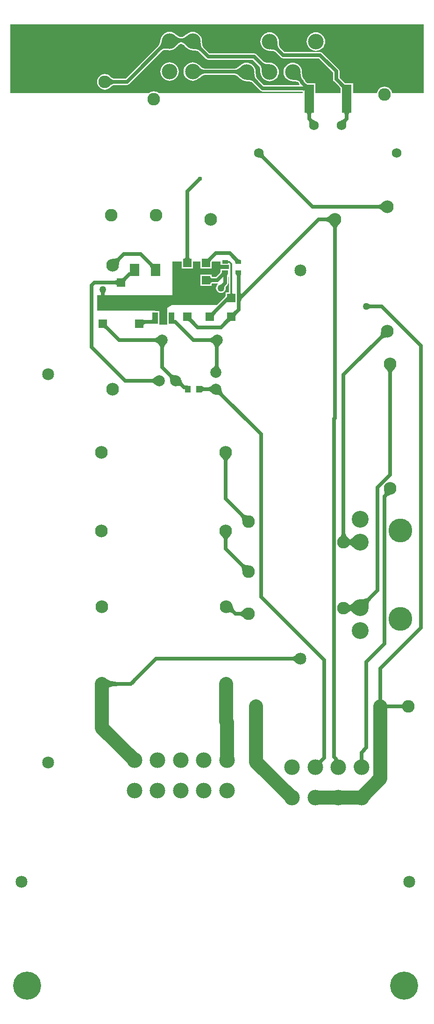
<source format=gbl>
G04*
G04 #@! TF.GenerationSoftware,Altium Limited,Altium Designer,22.3.1 (43)*
G04*
G04 Layer_Physical_Order=2*
G04 Layer_Color=16711680*
%FSLAX24Y24*%
%MOIN*%
G70*
G04*
G04 #@! TF.SameCoordinates,61A4D5B3-3B2A-409B-9F35-3F3BF520A47B*
G04*
G04*
G04 #@! TF.FilePolarity,Positive*
G04*
G01*
G75*
%ADD38C,0.1000*%
%ADD39C,0.0250*%
%ADD40C,0.0850*%
%ADD41C,0.0906*%
%ADD42C,0.1110*%
%ADD43C,0.0691*%
%ADD44C,0.1200*%
%ADD45C,0.0787*%
%ADD46C,0.2000*%
%ADD47C,0.0500*%
%ADD48C,0.0900*%
%ADD49C,0.1700*%
%ADD50C,0.0310*%
%ADD51R,0.0700X0.2000*%
%ADD52R,0.0700X0.0850*%
%ADD53R,0.0400X0.0500*%
%ADD54R,0.0433X0.0256*%
%ADD55R,0.0600X0.0600*%
%ADD56R,0.0600X0.0600*%
%ADD57R,0.0394X0.0787*%
%ADD58R,0.0787X0.0394*%
%ADD59C,0.0120*%
G36*
X23756Y81993D02*
X23767Y81862D01*
X23777Y81804D01*
X23791Y81749D01*
X23808Y81699D01*
X23828Y81653D01*
X23851Y81611D01*
X23877Y81574D01*
X23906Y81541D01*
X23729Y81364D01*
X23696Y81393D01*
X23659Y81419D01*
X23617Y81442D01*
X23571Y81462D01*
X23521Y81479D01*
X23466Y81493D01*
X23408Y81503D01*
X23345Y81510D01*
X23277Y81514D01*
X23206Y81515D01*
X23755Y82064D01*
X23756Y81993D01*
D02*
G37*
G36*
X18169Y80257D02*
X18266Y80171D01*
X18314Y80136D01*
X18361Y80107D01*
X18408Y80083D01*
X18454Y80064D01*
X18500Y80051D01*
X18545Y80043D01*
X18589Y80040D01*
X18583Y79790D01*
X18539Y79787D01*
X18494Y79780D01*
X18448Y79767D01*
X18401Y79749D01*
X18353Y79725D01*
X18304Y79697D01*
X18254Y79663D01*
X18203Y79624D01*
X18098Y79531D01*
X18119Y80308D01*
X18169Y80257D01*
D02*
G37*
G36*
X21143Y79522D02*
X21094Y79573D01*
X20997Y79659D01*
X20949Y79694D01*
X20901Y79723D01*
X20855Y79747D01*
X20808Y79766D01*
X20763Y79779D01*
X20718Y79787D01*
X20673Y79790D01*
X20680Y80040D01*
X20724Y80043D01*
X20769Y80050D01*
X20814Y80063D01*
X20861Y80081D01*
X20909Y80105D01*
X20958Y80133D01*
X21008Y80167D01*
X21059Y80206D01*
X21164Y80299D01*
X21143Y79522D01*
D02*
G37*
G36*
X25406Y79823D02*
X25417Y79692D01*
X25427Y79634D01*
X25441Y79579D01*
X25458Y79529D01*
X25478Y79483D01*
X25501Y79441D01*
X25527Y79404D01*
X25556Y79371D01*
X25379Y79194D01*
X25346Y79223D01*
X25309Y79249D01*
X25267Y79272D01*
X25221Y79292D01*
X25171Y79309D01*
X25116Y79323D01*
X25058Y79333D01*
X24995Y79340D01*
X24927Y79344D01*
X24856Y79345D01*
X25405Y79894D01*
X25406Y79823D01*
D02*
G37*
G36*
X22106D02*
X22117Y79692D01*
X22127Y79634D01*
X22141Y79579D01*
X22158Y79529D01*
X22178Y79483D01*
X22201Y79441D01*
X22227Y79404D01*
X22256Y79371D01*
X22079Y79194D01*
X22046Y79223D01*
X22009Y79249D01*
X21967Y79272D01*
X21921Y79292D01*
X21871Y79309D01*
X21816Y79323D01*
X21758Y79333D01*
X21695Y79340D01*
X21627Y79344D01*
X21556Y79345D01*
X22105Y79894D01*
X22106Y79823D01*
D02*
G37*
G36*
X25722Y79128D02*
X25810Y79053D01*
X25848Y79025D01*
X25883Y79004D01*
X25915Y78989D01*
X25943Y78981D01*
X25967Y78980D01*
X25987Y78986D01*
X26005Y78998D01*
X25674Y78668D01*
X25686Y78685D01*
X25692Y78705D01*
X25691Y78730D01*
X25683Y78757D01*
X25674Y78775D01*
Y78488D01*
X25672Y78512D01*
X25664Y78533D01*
X25652Y78552D01*
X25634Y78568D01*
X25612Y78582D01*
X25584Y78593D01*
X25551Y78602D01*
X25514Y78608D01*
X25471Y78612D01*
X25423Y78613D01*
Y78863D01*
X25471Y78865D01*
X25514Y78868D01*
X25551Y78875D01*
X25584Y78883D01*
X25597Y78889D01*
X25585Y78904D01*
X25496Y78999D01*
X25673Y79176D01*
X25722Y79128D01*
D02*
G37*
G36*
X28402Y79126D02*
X28494Y79048D01*
X28535Y79020D01*
X28572Y78998D01*
X28605Y78984D01*
X28635Y78977D01*
X28662Y78977D01*
X28685Y78984D01*
X28704Y78998D01*
X28352Y78645D01*
X28366Y78665D01*
X28373Y78687D01*
X28372Y78714D01*
X28365Y78744D01*
X28351Y78778D01*
X28330Y78815D01*
X28301Y78855D01*
X28266Y78900D01*
X28174Y78999D01*
X28350Y79176D01*
X28402Y79126D01*
D02*
G37*
G36*
X34200Y83300D02*
X34200Y78400D01*
X31942Y78400D01*
X31936Y78444D01*
X31880Y78577D01*
X31792Y78692D01*
X31677Y78780D01*
X31544Y78836D01*
X31400Y78855D01*
X31256Y78836D01*
X31123Y78780D01*
X31008Y78692D01*
X30920Y78577D01*
X30864Y78444D01*
X30858Y78400D01*
X29149D01*
Y79100D01*
X28599D01*
X28589Y79106D01*
X28556Y79129D01*
X28482Y79192D01*
X28179Y79495D01*
Y79951D01*
X28161Y80039D01*
X28111Y80113D01*
X26962Y81262D01*
X26888Y81312D01*
X26800Y81329D01*
X24265D01*
X23956Y81639D01*
X23937Y81665D01*
X23919Y81698D01*
X23903Y81735D01*
X23889Y81777D01*
X23877Y81825D01*
X23868Y81876D01*
X23858Y81998D01*
X23857Y82058D01*
X23858Y82070D01*
X23846Y82198D01*
X23808Y82322D01*
X23747Y82436D01*
X23665Y82535D01*
X23566Y82617D01*
X23452Y82678D01*
X23328Y82716D01*
X23200Y82728D01*
X23072Y82716D01*
X22948Y82678D01*
X22834Y82617D01*
X22735Y82535D01*
X22653Y82436D01*
X22592Y82322D01*
X22554Y82198D01*
X22542Y82070D01*
X22554Y81942D01*
X22592Y81818D01*
X22653Y81704D01*
X22735Y81605D01*
X22834Y81523D01*
X22948Y81462D01*
X23072Y81424D01*
X23200Y81412D01*
X23212Y81413D01*
X23274Y81412D01*
X23336Y81409D01*
X23393Y81402D01*
X23445Y81393D01*
X23493Y81381D01*
X23535Y81367D01*
X23572Y81351D01*
X23605Y81333D01*
X23631Y81314D01*
X24008Y80938D01*
X24082Y80888D01*
X24170Y80871D01*
X26705D01*
X27720Y79856D01*
Y79400D01*
X27737Y79312D01*
X27787Y79238D01*
X28146Y78879D01*
X28189Y78833D01*
X28220Y78794D01*
X28244Y78760D01*
X28249Y78750D01*
Y78400D01*
X26472Y78400D01*
Y79100D01*
X25921D01*
X25905Y79110D01*
X25873Y79133D01*
X25806Y79191D01*
X25733Y79264D01*
X25720Y79330D01*
X25670Y79405D01*
X25606Y79469D01*
X25587Y79495D01*
X25569Y79528D01*
X25553Y79565D01*
X25539Y79607D01*
X25527Y79655D01*
X25518Y79706D01*
X25508Y79828D01*
X25507Y79888D01*
X25508Y79900D01*
X25496Y80028D01*
X25458Y80152D01*
X25397Y80266D01*
X25315Y80365D01*
X25216Y80447D01*
X25102Y80508D01*
X24978Y80546D01*
X24850Y80558D01*
X24722Y80546D01*
X24598Y80508D01*
X24484Y80447D01*
X24385Y80365D01*
X24303Y80266D01*
X24242Y80152D01*
X24204Y80028D01*
X24192Y79900D01*
X24204Y79772D01*
X24242Y79648D01*
X24303Y79534D01*
X24385Y79435D01*
X24484Y79353D01*
X24598Y79292D01*
X24722Y79254D01*
X24850Y79242D01*
X24862Y79243D01*
X24924Y79242D01*
X24986Y79239D01*
X25043Y79232D01*
X25095Y79223D01*
X25143Y79211D01*
X25185Y79197D01*
X25222Y79181D01*
X25255Y79163D01*
X25281Y79144D01*
X25282Y79143D01*
X25296Y79077D01*
X25335Y79018D01*
X25314Y78968D01*
X22807D01*
X22306Y79469D01*
X22287Y79495D01*
X22269Y79528D01*
X22253Y79565D01*
X22239Y79607D01*
X22227Y79655D01*
X22218Y79706D01*
X22208Y79828D01*
X22207Y79888D01*
X22208Y79900D01*
X22196Y80028D01*
X22158Y80152D01*
X22097Y80266D01*
X22015Y80365D01*
X21916Y80447D01*
X21802Y80508D01*
X21678Y80546D01*
X21550Y80558D01*
X21422Y80546D01*
X21298Y80508D01*
X21184Y80447D01*
X21097Y80376D01*
X21097Y80375D01*
X21096Y80374D01*
X21085Y80365D01*
X21082Y80363D01*
X20994Y80285D01*
X20949Y80250D01*
X20904Y80220D01*
X20861Y80195D01*
X20820Y80175D01*
X20782Y80160D01*
X20746Y80150D01*
X20714Y80144D01*
X18555D01*
X18523Y80150D01*
X18488Y80161D01*
X18450Y80176D01*
X18411Y80196D01*
X18371Y80221D01*
X18330Y80251D01*
X18239Y80331D01*
X18192Y80379D01*
X18191Y80380D01*
X18178Y80395D01*
X18078Y80477D01*
X17964Y80538D01*
X17841Y80576D01*
X17713Y80588D01*
X17584Y80576D01*
X17461Y80538D01*
X17347Y80477D01*
X17247Y80395D01*
X17165Y80296D01*
X17104Y80182D01*
X17067Y80058D01*
X17054Y79930D01*
X17067Y79802D01*
X17104Y79678D01*
X17165Y79564D01*
X17247Y79465D01*
X17347Y79383D01*
X17461Y79322D01*
X17584Y79284D01*
X17713Y79272D01*
X17841Y79284D01*
X17964Y79322D01*
X18078Y79383D01*
X18166Y79454D01*
X18166Y79455D01*
X18167Y79456D01*
X18178Y79465D01*
X18180Y79467D01*
X18268Y79545D01*
X18314Y79580D01*
X18359Y79610D01*
X18401Y79635D01*
X18442Y79655D01*
X18480Y79670D01*
X18517Y79680D01*
X18548Y79686D01*
X20707D01*
X20739Y79680D01*
X20775Y79669D01*
X20812Y79654D01*
X20851Y79634D01*
X20892Y79609D01*
X20933Y79579D01*
X21024Y79499D01*
X21070Y79451D01*
X21072Y79450D01*
X21085Y79435D01*
X21184Y79353D01*
X21298Y79292D01*
X21422Y79254D01*
X21550Y79242D01*
X21562Y79243D01*
X21624Y79242D01*
X21686Y79239D01*
X21743Y79232D01*
X21795Y79223D01*
X21843Y79211D01*
X21885Y79197D01*
X21922Y79181D01*
X21955Y79163D01*
X21981Y79144D01*
X22549Y78576D01*
X22624Y78526D01*
X22712Y78509D01*
X25480D01*
X25501Y78507D01*
X25530Y78502D01*
X25551Y78497D01*
X25566Y78491D01*
X25572Y78487D01*
Y78400D01*
X15292Y78400D01*
X15220Y78455D01*
X15086Y78511D01*
X14943Y78530D01*
X14799Y78511D01*
X14665Y78455D01*
X14593Y78400D01*
X4700Y78400D01*
X4700Y83300D01*
X34200Y83300D01*
D02*
G37*
G36*
X28925Y76999D02*
X28904Y76991D01*
X28885Y76979D01*
X28869Y76961D01*
X28855Y76939D01*
X28844Y76911D01*
X28835Y76879D01*
X28829Y76841D01*
X28825Y76799D01*
X28824Y76751D01*
X28574D01*
X28573Y76799D01*
X28569Y76841D01*
X28563Y76879D01*
X28554Y76911D01*
X28543Y76939D01*
X28529Y76961D01*
X28513Y76979D01*
X28494Y76991D01*
X28473Y76999D01*
X28449Y77001D01*
X28949D01*
X28925Y76999D01*
D02*
G37*
G36*
X26248D02*
X26227Y76991D01*
X26208Y76979D01*
X26192Y76961D01*
X26178Y76939D01*
X26167Y76911D01*
X26158Y76879D01*
X26152Y76841D01*
X26148Y76799D01*
X26147Y76751D01*
X25897D01*
X25896Y76799D01*
X25892Y76841D01*
X25886Y76879D01*
X25877Y76911D01*
X25866Y76939D01*
X25852Y76961D01*
X25836Y76979D01*
X25817Y76991D01*
X25796Y76999D01*
X25772Y77001D01*
X26272D01*
X26248Y76999D01*
D02*
G37*
G36*
X26202Y76569D02*
X26251Y76529D01*
X26277Y76511D01*
X26331Y76479D01*
X26359Y76465D01*
X26418Y76441D01*
X26448Y76431D01*
X26021Y76205D01*
X26028Y76234D01*
X26032Y76262D01*
X26033Y76290D01*
X26030Y76317D01*
X26024Y76344D01*
X26015Y76371D01*
X26002Y76397D01*
X25986Y76423D01*
X25966Y76449D01*
X25943Y76474D01*
X26179Y76591D01*
X26202Y76569D01*
D02*
G37*
G36*
X28747Y76447D02*
X28724Y76422D01*
X28704Y76397D01*
X28687Y76370D01*
X28674Y76344D01*
X28663Y76317D01*
X28656Y76289D01*
X28651Y76260D01*
X28650Y76231D01*
X28652Y76201D01*
X28657Y76171D01*
X28255Y76439D01*
X28286Y76446D01*
X28317Y76455D01*
X28348Y76465D01*
X28377Y76477D01*
X28405Y76491D01*
X28432Y76507D01*
X28459Y76524D01*
X28484Y76543D01*
X28508Y76563D01*
X28532Y76585D01*
X28747Y76447D01*
D02*
G37*
G36*
X22761Y74113D02*
X22765Y74081D01*
X22772Y74051D01*
X22781Y74021D01*
X22793Y73992D01*
X22806Y73965D01*
X22822Y73938D01*
X22840Y73912D01*
X22860Y73887D01*
X22883Y73863D01*
X22715Y73677D01*
X22691Y73699D01*
X22666Y73719D01*
X22640Y73737D01*
X22613Y73752D01*
X22585Y73764D01*
X22556Y73774D01*
X22527Y73781D01*
X22497Y73785D01*
X22465Y73787D01*
X22433Y73787D01*
X22758Y74145D01*
X22761Y74113D01*
D02*
G37*
G36*
X31277Y69983D02*
X31239Y70020D01*
X31201Y70052D01*
X31163Y70081D01*
X31125Y70106D01*
X31087Y70127D01*
X31048Y70144D01*
X31010Y70158D01*
X30971Y70167D01*
X30932Y70173D01*
X30893Y70175D01*
Y70425D01*
X30932Y70427D01*
X30971Y70433D01*
X31010Y70442D01*
X31048Y70456D01*
X31087Y70473D01*
X31125Y70494D01*
X31163Y70519D01*
X31201Y70548D01*
X31239Y70580D01*
X31277Y70617D01*
Y69983D01*
D02*
G37*
G36*
X27535Y69083D02*
X27497Y69120D01*
X27459Y69152D01*
X27421Y69181D01*
X27383Y69206D01*
X27345Y69227D01*
X27307Y69244D01*
X27268Y69258D01*
X27229Y69267D01*
X27190Y69273D01*
X27151Y69275D01*
Y69525D01*
X27190Y69527D01*
X27229Y69533D01*
X27268Y69542D01*
X27307Y69556D01*
X27345Y69573D01*
X27383Y69594D01*
X27421Y69619D01*
X27459Y69648D01*
X27497Y69680D01*
X27535Y69717D01*
Y69083D01*
D02*
G37*
G36*
X28139Y69039D02*
X28106Y69001D01*
X28077Y68963D01*
X28052Y68925D01*
X28031Y68887D01*
X28014Y68848D01*
X28001Y68810D01*
X27991Y68771D01*
X27985Y68732D01*
X27983Y68693D01*
X27733D01*
X27731Y68732D01*
X27726Y68771D01*
X27716Y68810D01*
X27703Y68848D01*
X27685Y68887D01*
X27664Y68925D01*
X27639Y68963D01*
X27610Y69001D01*
X27578Y69039D01*
X27541Y69077D01*
X28175D01*
X28139Y69039D01*
D02*
G37*
G36*
X17452Y66801D02*
X17456Y66759D01*
X17462Y66721D01*
X17471Y66689D01*
X17482Y66661D01*
X17496Y66639D01*
X17512Y66621D01*
X17531Y66609D01*
X17552Y66601D01*
X17576Y66599D01*
X17076D01*
X17100Y66601D01*
X17121Y66609D01*
X17140Y66621D01*
X17156Y66639D01*
X17170Y66661D01*
X17181Y66689D01*
X17190Y66721D01*
X17196Y66759D01*
X17200Y66801D01*
X17201Y66849D01*
X17451D01*
X17452Y66801D01*
D02*
G37*
G36*
X19152Y66599D02*
X19102Y66548D01*
X19024Y66456D01*
X18996Y66415D01*
X18975Y66378D01*
X18961Y66344D01*
X18954Y66314D01*
Y66288D01*
X18961Y66265D01*
X18975Y66245D01*
X18621Y66599D01*
X18641Y66585D01*
X18664Y66578D01*
X18690D01*
X18720Y66585D01*
X18754Y66599D01*
X18791Y66620D01*
X18832Y66648D01*
X18876Y66684D01*
X18975Y66776D01*
X19152Y66599D01*
D02*
G37*
G36*
X20242Y66443D02*
X20245Y66441D01*
X20248Y66440D01*
X20253Y66438D01*
X20260Y66437D01*
X20268Y66436D01*
X20288Y66434D01*
X20314Y66434D01*
Y66314D01*
X20300Y66314D01*
X20260Y66311D01*
X20253Y66310D01*
X20248Y66308D01*
X20245Y66307D01*
X20242Y66305D01*
X20242Y66303D01*
Y66445D01*
X20242Y66443D01*
D02*
G37*
G36*
X20881Y66644D02*
X20951Y66587D01*
X20985Y66564D01*
X21020Y66545D01*
X21054Y66529D01*
X21088Y66517D01*
X21121Y66508D01*
X21155Y66503D01*
X21188Y66501D01*
X20757Y66247D01*
X20755Y66280D01*
X20750Y66314D01*
X20741Y66347D01*
X20729Y66381D01*
X20713Y66415D01*
X20693Y66450D01*
X20670Y66484D01*
X20644Y66519D01*
X20614Y66554D01*
X20580Y66589D01*
X20846Y66678D01*
X20881Y66644D01*
D02*
G37*
G36*
X12588Y66553D02*
X12562Y66524D01*
X12539Y66492D01*
X12518Y66458D01*
X12500Y66421D01*
X12485Y66382D01*
X12473Y66340D01*
X12464Y66295D01*
X12457Y66248D01*
X12454Y66198D01*
X12453Y66146D01*
X12005Y66594D01*
X12057Y66595D01*
X12107Y66599D01*
X12154Y66605D01*
X12199Y66614D01*
X12241Y66626D01*
X12280Y66641D01*
X12317Y66659D01*
X12351Y66680D01*
X12382Y66703D01*
X12411Y66729D01*
X12588Y66553D01*
D02*
G37*
G36*
X14750Y66351D02*
X14842Y66273D01*
X14883Y66245D01*
X14920Y66224D01*
X14954Y66210D01*
X14984Y66203D01*
X15010D01*
X15033Y66210D01*
X15053Y66224D01*
X14699Y65870D01*
X14713Y65890D01*
X14720Y65913D01*
Y65939D01*
X14713Y65969D01*
X14699Y66003D01*
X14678Y66040D01*
X14650Y66081D01*
X14614Y66125D01*
X14522Y66224D01*
X14699Y66401D01*
X14750Y66351D01*
D02*
G37*
G36*
X16926Y66400D02*
Y65900D01*
X17726D01*
Y66400D01*
X18276D01*
Y65900D01*
X19076D01*
Y66241D01*
X19077Y66245D01*
X19076Y66249D01*
Y66349D01*
X19082Y66360D01*
X19105Y66393D01*
X19111Y66400D01*
X19711D01*
Y66146D01*
X20310D01*
Y65854D01*
X20035D01*
X20028Y65855D01*
X20020Y65854D01*
X19820D01*
X19818Y65855D01*
X19813Y65854D01*
X19711D01*
Y65761D01*
X19710Y65758D01*
X19709Y65730D01*
X19705Y65707D01*
X19699Y65683D01*
X19690Y65658D01*
X19677Y65631D01*
X19662Y65604D01*
X19643Y65576D01*
X19601Y65524D01*
X19373Y65296D01*
X19168D01*
X19147Y65297D01*
X19118Y65302D01*
X19097Y65308D01*
X19082Y65314D01*
X19076Y65318D01*
Y65466D01*
X18276D01*
Y64666D01*
X19076D01*
Y64815D01*
X19082Y64819D01*
X19097Y64824D01*
X19118Y64830D01*
X19147Y64835D01*
X19168Y64837D01*
X19468D01*
X19492Y64842D01*
X19501Y64834D01*
X19500Y64770D01*
X19474Y64750D01*
X19418Y64677D01*
X19382Y64591D01*
X19370Y64500D01*
X19382Y64409D01*
X19418Y64323D01*
X19474Y64250D01*
X19547Y64194D01*
X19632Y64159D01*
X19723Y64147D01*
X19815Y64159D01*
X19900Y64194D01*
X19973Y64250D01*
X20029Y64323D01*
X20064Y64409D01*
X20076Y64500D01*
X20069Y64556D01*
X20070Y64563D01*
X20069Y64569D01*
X20069Y64571D01*
X20070Y64576D01*
X20074Y64583D01*
X20079Y64592D01*
X20085Y64602D01*
X20098Y64618D01*
X20190Y64710D01*
X20240Y64784D01*
X20257Y64872D01*
Y65301D01*
X20260Y65306D01*
X20310Y65288D01*
Y64200D01*
X20073D01*
Y64046D01*
X20072Y64027D01*
X20069Y64002D01*
X20062Y63976D01*
X20052Y63949D01*
X20040Y63922D01*
X20024Y63893D01*
X20005Y63864D01*
X19982Y63833D01*
X19966Y63815D01*
X19452Y63300D01*
X16226D01*
X15900Y63100D01*
Y61900D01*
X15316Y61900D01*
Y62846D01*
X15167D01*
X14900Y62900D01*
X10900Y62900D01*
X10900Y64000D01*
X16264Y64000D01*
X16264Y66400D01*
X16926D01*
D02*
G37*
G36*
X21176Y65497D02*
X21165Y65489D01*
X21155Y65477D01*
X21147Y65459D01*
X21140Y65437D01*
X21134Y65409D01*
X21129Y65377D01*
X21124Y65297D01*
X21123Y65249D01*
X20873D01*
X20872Y65297D01*
X20869Y65339D01*
X20863Y65377D01*
X20855Y65409D01*
X20844Y65437D01*
X20832Y65459D01*
X20816Y65477D01*
X20799Y65489D01*
X20779Y65497D01*
X20757Y65499D01*
X21188D01*
X21176Y65497D01*
D02*
G37*
G36*
X20243Y65499D02*
X20226Y65497D01*
X20210Y65489D01*
X20197Y65477D01*
X20185Y65459D01*
X20175Y65437D01*
X20167Y65409D01*
X20161Y65377D01*
X20156Y65339D01*
X20153Y65297D01*
X20153Y65249D01*
X19903D01*
X19902Y65297D01*
X19899Y65323D01*
X19635Y65411D01*
X19669Y65446D01*
X19726Y65516D01*
X19749Y65550D01*
X19768Y65585D01*
X19784Y65619D01*
X19796Y65653D01*
X19805Y65686D01*
X19810Y65720D01*
X19812Y65753D01*
X20243Y65499D01*
D02*
G37*
G36*
X13076Y65203D02*
X13026Y65151D01*
X12948Y65059D01*
X12920Y65019D01*
X12898Y64982D01*
X12884Y64948D01*
X12877Y64918D01*
X12877Y64891D01*
X12884Y64869D01*
X12898Y64849D01*
X12545Y65202D01*
X12565Y65188D01*
X12587Y65181D01*
X12614Y65181D01*
X12644Y65188D01*
X12678Y65202D01*
X12715Y65224D01*
X12755Y65252D01*
X12800Y65287D01*
X12899Y65380D01*
X13076Y65203D01*
D02*
G37*
G36*
X18976Y65292D02*
X18984Y65271D01*
X18996Y65252D01*
X19014Y65236D01*
X19036Y65222D01*
X19064Y65211D01*
X19097Y65202D01*
X19134Y65196D01*
X19177Y65192D01*
X19225Y65191D01*
Y64941D01*
X19177Y64940D01*
X19134Y64936D01*
X19097Y64930D01*
X19064Y64921D01*
X19036Y64910D01*
X19014Y64896D01*
X18996Y64880D01*
X18984Y64861D01*
X18976Y64840D01*
X18974Y64816D01*
Y65316D01*
X18976Y65292D01*
D02*
G37*
G36*
X12301Y64654D02*
X12299Y64678D01*
X12291Y64699D01*
X12279Y64718D01*
X12261Y64734D01*
X12239Y64748D01*
X12211Y64759D01*
X12179Y64768D01*
X12141Y64774D01*
X12099Y64778D01*
X12051Y64779D01*
Y65029D01*
X12099Y65030D01*
X12141Y65034D01*
X12179Y65040D01*
X12211Y65049D01*
X12239Y65060D01*
X12261Y65074D01*
X12279Y65090D01*
X12291Y65109D01*
X12299Y65130D01*
X12301Y65154D01*
Y64654D01*
D02*
G37*
G36*
X20052Y64720D02*
X20034Y64700D01*
X20003Y64663D01*
X19992Y64645D01*
X19982Y64628D01*
X19975Y64611D01*
X19970Y64595D01*
X19967Y64580D01*
X19967Y64565D01*
X19968Y64550D01*
X19678Y64746D01*
X19690Y64749D01*
X19703Y64754D01*
X19716Y64760D01*
X19731Y64769D01*
X19746Y64779D01*
X19779Y64804D01*
X19797Y64820D01*
X19835Y64856D01*
X20052Y64720D01*
D02*
G37*
G36*
X11466Y64219D02*
X11457Y64207D01*
X11450Y64193D01*
X11443Y64177D01*
X11437Y64159D01*
X11433Y64139D01*
X11430Y64117D01*
X11427Y64094D01*
X11425Y64042D01*
X11175D01*
X11174Y64069D01*
X11171Y64117D01*
X11167Y64139D01*
X11163Y64159D01*
X11157Y64177D01*
X11150Y64193D01*
X11143Y64207D01*
X11135Y64219D01*
X11125Y64230D01*
X11475D01*
X11466Y64219D01*
D02*
G37*
G36*
X20534Y64196D02*
X20536Y64175D01*
X20539Y64157D01*
X20543Y64141D01*
X20548Y64128D01*
X20555Y64117D01*
X20563Y64109D01*
X20572Y64102D01*
X20582Y64099D01*
X20593Y64098D01*
X20535D01*
X20544Y63945D01*
X20547Y63925D01*
X20552Y63908D01*
X20556Y63896D01*
X20562Y63888D01*
X20385D01*
X20390Y63896D01*
X20395Y63908D01*
X20399Y63925D01*
X20403Y63945D01*
X20409Y64000D01*
X20412Y64071D01*
X20413Y64098D01*
X20353D01*
X20365Y64099D01*
X20375Y64102D01*
X20384Y64109D01*
X20392Y64117D01*
X20398Y64128D01*
X20404Y64141D01*
X20408Y64157D01*
X20411Y64175D01*
X20413Y64196D01*
X20413Y64219D01*
X20533D01*
X20534Y64196D01*
D02*
G37*
G36*
X20175Y63501D02*
X20173Y63503D01*
X20168Y63502D01*
X20159Y63496D01*
X20146Y63486D01*
X20111Y63455D01*
X19998Y63345D01*
Y63699D01*
X20032Y63734D01*
X20062Y63770D01*
X20088Y63805D01*
X20112Y63840D01*
X20131Y63876D01*
X20147Y63911D01*
X20160Y63946D01*
X20169Y63982D01*
X20174Y64017D01*
X20176Y64052D01*
X20175Y63501D01*
D02*
G37*
G36*
X21125Y64204D02*
X21130Y64167D01*
X21139Y64139D01*
X21152Y64118D01*
X21168Y64107D01*
X21187Y64104D01*
X21210Y64109D01*
X21237Y64123D01*
X21267Y64146D01*
X21300Y64177D01*
Y63823D01*
X21267Y63787D01*
X21237Y63750D01*
X21210Y63711D01*
X21187Y63670D01*
X21168Y63628D01*
X21152Y63585D01*
X21139Y63540D01*
X21130Y63494D01*
X21125Y63446D01*
X21123Y63397D01*
X20873Y63698D01*
X21123Y64250D01*
X21125Y64204D01*
D02*
G37*
G36*
X30289Y63366D02*
X30302Y63357D01*
X30316Y63349D01*
X30332Y63343D01*
X30350Y63337D01*
X30370Y63333D01*
X30391Y63330D01*
X30415Y63327D01*
X30467Y63325D01*
Y63075D01*
X30440Y63074D01*
X30391Y63071D01*
X30370Y63067D01*
X30350Y63063D01*
X30332Y63057D01*
X30316Y63050D01*
X30302Y63043D01*
X30289Y63035D01*
X30279Y63025D01*
Y63375D01*
X30289Y63366D01*
D02*
G37*
G36*
X20949Y62749D02*
X20900Y62698D01*
X20822Y62606D01*
X20793Y62565D01*
X20772Y62528D01*
X20758Y62494D01*
X20751Y62464D01*
Y62438D01*
X20758Y62415D01*
X20772Y62395D01*
X20419Y62749D01*
X20438Y62735D01*
X20461Y62728D01*
X20488D01*
X20518Y62735D01*
X20551Y62749D01*
X20588Y62770D01*
X20629Y62798D01*
X20673Y62834D01*
X20772Y62926D01*
X20949Y62749D01*
D02*
G37*
G36*
X19402D02*
X19352Y62697D01*
X19274Y62605D01*
X19246Y62565D01*
X19224Y62528D01*
X19210Y62494D01*
X19203Y62464D01*
X19203Y62437D01*
X19210Y62415D01*
X19224Y62395D01*
X18871Y62748D01*
X18891Y62734D01*
X18913Y62727D01*
X18940Y62727D01*
X18970Y62734D01*
X19004Y62748D01*
X19041Y62770D01*
X19081Y62798D01*
X19126Y62833D01*
X19225Y62926D01*
X19402Y62749D01*
D02*
G37*
G36*
X20528Y62152D02*
X20509Y62166D01*
X20486Y62173D01*
X20459Y62173D01*
X20429Y62166D01*
X20396Y62152D01*
X20359Y62130D01*
X20318Y62102D01*
X20274Y62067D01*
X20175Y61974D01*
X19998Y62151D01*
X20047Y62203D01*
X20125Y62295D01*
X20154Y62335D01*
X20175Y62372D01*
X20189Y62406D01*
X20197Y62436D01*
X20197Y62463D01*
X20190Y62485D01*
X20176Y62505D01*
X20528Y62152D01*
D02*
G37*
G36*
X17610Y62485D02*
X17603Y62463D01*
X17603Y62436D01*
X17610Y62406D01*
X17624Y62372D01*
X17646Y62335D01*
X17674Y62295D01*
X17709Y62250D01*
X17802Y62151D01*
X17625Y61974D01*
X17573Y62024D01*
X17481Y62102D01*
X17441Y62130D01*
X17404Y62152D01*
X17370Y62166D01*
X17340Y62173D01*
X17313Y62173D01*
X17291Y62166D01*
X17271Y62152D01*
X17624Y62505D01*
X17610Y62485D01*
D02*
G37*
G36*
X14823Y61959D02*
X14821Y61959D01*
X14813Y61959D01*
X14573Y61958D01*
Y62208D01*
X14621Y62210D01*
X14664Y62213D01*
X14701Y62220D01*
X14734Y62228D01*
X14761Y62240D01*
X14784Y62253D01*
X14802Y62270D01*
X14814Y62288D01*
X14822Y62310D01*
X14824Y62333D01*
X14823Y61959D01*
D02*
G37*
G36*
X14201Y62241D02*
X14209Y62234D01*
X14221Y62228D01*
X14239Y62223D01*
X14261Y62218D01*
X14289Y62215D01*
X14359Y62210D01*
X14449Y62208D01*
Y61958D01*
X14401Y61957D01*
X14358Y61953D01*
X14321Y61947D01*
X14288Y61938D01*
X14261Y61927D01*
X14238Y61913D01*
X14220Y61897D01*
X14208Y61878D01*
X14200Y61857D01*
X14198Y61833D01*
X14199Y62249D01*
X14201Y62241D01*
D02*
G37*
G36*
X11584Y61985D02*
X11577Y61963D01*
X11577Y61936D01*
X11584Y61906D01*
X11598Y61872D01*
X11620Y61835D01*
X11648Y61795D01*
X11683Y61750D01*
X11776Y61651D01*
X11599Y61474D01*
X11547Y61524D01*
X11455Y61602D01*
X11415Y61630D01*
X11378Y61652D01*
X11344Y61666D01*
X11314Y61673D01*
X11287Y61673D01*
X11265Y61666D01*
X11245Y61652D01*
X11598Y62005D01*
X11584Y61985D01*
D02*
G37*
G36*
X31595Y60989D02*
X31543Y60988D01*
X31493Y60984D01*
X31446Y60978D01*
X31401Y60969D01*
X31359Y60956D01*
X31320Y60942D01*
X31283Y60924D01*
X31249Y60903D01*
X31218Y60880D01*
X31189Y60854D01*
X31012Y61030D01*
X31038Y61059D01*
X31061Y61091D01*
X31082Y61125D01*
X31100Y61162D01*
X31115Y61201D01*
X31127Y61243D01*
X31136Y61288D01*
X31143Y61335D01*
X31146Y61385D01*
X31147Y61437D01*
X31595Y60989D01*
D02*
G37*
G36*
X15250Y60524D02*
X15220Y60553D01*
X15190Y60579D01*
X15159Y60601D01*
X15127Y60621D01*
X15094Y60637D01*
X15061Y60651D01*
X15027Y60661D01*
X14993Y60669D01*
X14958Y60673D01*
X14922Y60675D01*
Y60925D01*
X14958Y60927D01*
X14993Y60931D01*
X15027Y60939D01*
X15061Y60949D01*
X15094Y60963D01*
X15127Y60979D01*
X15159Y60999D01*
X15190Y61021D01*
X15220Y61047D01*
X15250Y61076D01*
Y60524D01*
D02*
G37*
G36*
X15778Y60489D02*
X15753Y60458D01*
X15730Y60427D01*
X15711Y60395D01*
X15694Y60363D01*
X15681Y60330D01*
X15670Y60296D01*
X15663Y60261D01*
X15658Y60226D01*
X15656Y60190D01*
X15407D01*
X15405Y60226D01*
X15400Y60261D01*
X15393Y60296D01*
X15382Y60330D01*
X15369Y60363D01*
X15352Y60395D01*
X15333Y60427D01*
X15310Y60458D01*
X15285Y60489D01*
X15256Y60519D01*
X15807D01*
X15778Y60489D01*
D02*
G37*
G36*
X19187Y60550D02*
X19709Y60488D01*
X19678Y60463D01*
X19651Y60436D01*
X19627Y60408D01*
X19606Y60379D01*
X19588Y60348D01*
X19573Y60317D01*
X19562Y60284D01*
X19554Y60250D01*
X19549Y60215D01*
X19547Y60178D01*
X19297Y60209D01*
X19296Y60244D01*
X19292Y60279D01*
X19285Y60314D01*
X19276Y60349D01*
X19263Y60383D01*
X19248Y60417D01*
X19231Y60452D01*
X19211Y60486D01*
X19188Y60519D01*
X19174Y60537D01*
X19157Y60553D01*
X19127Y60579D01*
X19096Y60601D01*
X19064Y60621D01*
X19031Y60637D01*
X18998Y60651D01*
X18964Y60661D01*
X18930Y60669D01*
X18895Y60673D01*
X18859Y60675D01*
Y60925D01*
X18895Y60927D01*
X18930Y60931D01*
X18964Y60939D01*
X18998Y60949D01*
X19031Y60963D01*
X19064Y60979D01*
X19096Y60999D01*
X19127Y61021D01*
X19157Y61047D01*
X19187Y61076D01*
Y60550D01*
D02*
G37*
G36*
X19547Y59081D02*
X19549Y59046D01*
X19553Y59011D01*
X19559Y58977D01*
X19569Y58942D01*
X19581Y58908D01*
X19596Y58873D01*
X19614Y58839D01*
X19634Y58805D01*
X19657Y58771D01*
X19683Y58737D01*
X19135Y58802D01*
X19166Y58828D01*
X19194Y58855D01*
X19218Y58883D01*
X19239Y58912D01*
X19257Y58942D01*
X19271Y58974D01*
X19283Y59007D01*
X19291Y59041D01*
X19296Y59076D01*
X19297Y59113D01*
X19547Y59081D01*
D02*
G37*
G36*
X32080Y58739D02*
X32048Y58701D01*
X32019Y58663D01*
X31994Y58625D01*
X31973Y58587D01*
X31956Y58548D01*
X31942Y58510D01*
X31933Y58471D01*
X31927Y58432D01*
X31925Y58393D01*
X31675D01*
X31673Y58432D01*
X31667Y58471D01*
X31658Y58510D01*
X31644Y58548D01*
X31627Y58587D01*
X31606Y58625D01*
X31581Y58663D01*
X31552Y58701D01*
X31520Y58739D01*
X31483Y58777D01*
X32117D01*
X32080Y58739D01*
D02*
G37*
G36*
X16184Y58395D02*
X16212Y58373D01*
X16242Y58354D01*
X16273Y58338D01*
X16306Y58324D01*
X16341Y58313D01*
X16377Y58304D01*
X16415Y58298D01*
X16455Y58295D01*
X16496Y58294D01*
X16106Y57904D01*
X16105Y57945D01*
X16102Y57985D01*
X16096Y58023D01*
X16087Y58059D01*
X16076Y58094D01*
X16062Y58127D01*
X16046Y58158D01*
X16027Y58188D01*
X16005Y58216D01*
X15981Y58243D01*
X16157Y58419D01*
X16184Y58395D01*
D02*
G37*
G36*
X15038Y57624D02*
X15008Y57653D01*
X14977Y57679D01*
X14946Y57701D01*
X14914Y57721D01*
X14882Y57737D01*
X14849Y57751D01*
X14815Y57761D01*
X14780Y57769D01*
X14745Y57773D01*
X14709Y57775D01*
Y58025D01*
X14745Y58027D01*
X14780Y58031D01*
X14815Y58039D01*
X14849Y58049D01*
X14882Y58063D01*
X14914Y58079D01*
X14946Y58099D01*
X14977Y58121D01*
X15008Y58147D01*
X15038Y58176D01*
Y57624D01*
D02*
G37*
G36*
X16893Y57957D02*
X16920Y57880D01*
X16936Y57844D01*
X16970Y57777D01*
X16990Y57747D01*
X17010Y57718D01*
X17032Y57692D01*
X17055Y57667D01*
X16929Y57439D01*
X16902Y57464D01*
X16873Y57486D01*
X16844Y57503D01*
X16813Y57517D01*
X16781Y57527D01*
X16749Y57533D01*
X16715Y57536D01*
X16680Y57535D01*
X16644Y57530D01*
X16607Y57521D01*
X16881Y57999D01*
X16893Y57957D01*
D02*
G37*
G36*
X18377Y57535D02*
X18385Y57514D01*
X18397Y57495D01*
X18415Y57479D01*
X18437Y57465D01*
X18465Y57454D01*
X18497Y57446D01*
X18535Y57439D01*
X18577Y57436D01*
X18625Y57434D01*
Y57184D01*
X18577Y57183D01*
X18535Y57179D01*
X18497Y57173D01*
X18465Y57165D01*
X18437Y57154D01*
X18415Y57140D01*
X18397Y57124D01*
X18385Y57105D01*
X18377Y57084D01*
X18375Y57061D01*
Y57558D01*
X18377Y57535D01*
D02*
G37*
G36*
X19095Y57034D02*
X19065Y57062D01*
X19034Y57088D01*
X19003Y57111D01*
X18971Y57130D01*
X18939Y57147D01*
X18906Y57160D01*
X18872Y57171D01*
X18837Y57178D01*
X18802Y57183D01*
X18766Y57184D01*
Y57434D01*
X18802Y57436D01*
X18837Y57440D01*
X18872Y57448D01*
X18906Y57459D01*
X18939Y57472D01*
X18971Y57489D01*
X19003Y57508D01*
X19034Y57531D01*
X19065Y57556D01*
X19095Y57585D01*
Y57034D01*
D02*
G37*
G36*
X19771Y57264D02*
X19774Y57224D01*
X19780Y57186D01*
X19789Y57150D01*
X19800Y57115D01*
X19814Y57082D01*
X19830Y57051D01*
X19849Y57021D01*
X19871Y56993D01*
X19895Y56967D01*
X19719Y56790D01*
X19692Y56814D01*
X19664Y56836D01*
X19634Y56855D01*
X19603Y56872D01*
X19570Y56885D01*
X19535Y56897D01*
X19499Y56905D01*
X19461Y56911D01*
X19421Y56915D01*
X19380Y56916D01*
X19770Y57306D01*
X19771Y57264D01*
D02*
G37*
G36*
X20349Y52439D02*
X20316Y52401D01*
X20288Y52363D01*
X20263Y52325D01*
X20241Y52287D01*
X20224Y52248D01*
X20211Y52210D01*
X20201Y52171D01*
X20195Y52132D01*
X20194Y52093D01*
X19944D01*
X19942Y52132D01*
X19936Y52171D01*
X19926Y52210D01*
X19913Y52248D01*
X19896Y52287D01*
X19874Y52325D01*
X19849Y52363D01*
X19821Y52401D01*
X19788Y52439D01*
X19752Y52477D01*
X20385D01*
X20349Y52439D01*
D02*
G37*
G36*
X31897Y49799D02*
X31851Y49788D01*
X31763Y49760D01*
X31723Y49744D01*
X31684Y49725D01*
X31647Y49705D01*
X31612Y49683D01*
X31579Y49659D01*
X31548Y49633D01*
X31518Y49606D01*
X31312Y49753D01*
X31336Y49780D01*
X31357Y49809D01*
X31374Y49840D01*
X31386Y49871D01*
X31395Y49904D01*
X31399Y49938D01*
X31399Y49974D01*
X31395Y50011D01*
X31386Y50049D01*
X31374Y50088D01*
X31897Y49799D01*
D02*
G37*
G36*
X21321Y48414D02*
X21352Y48391D01*
X21386Y48370D01*
X21422Y48353D01*
X21462Y48338D01*
X21503Y48326D01*
X21547Y48316D01*
X21594Y48310D01*
X21644Y48306D01*
X21695Y48305D01*
X21250Y47860D01*
X21249Y47912D01*
X21245Y47961D01*
X21239Y48008D01*
X21230Y48052D01*
X21218Y48094D01*
X21203Y48133D01*
X21185Y48169D01*
X21164Y48203D01*
X21141Y48235D01*
X21115Y48263D01*
X21292Y48440D01*
X21321Y48414D01*
D02*
G37*
G36*
X28602Y47063D02*
X28608Y47025D01*
X28617Y46986D01*
X28630Y46948D01*
X28647Y46910D01*
X28668Y46872D01*
X28693Y46834D01*
X28722Y46796D01*
X28754Y46759D01*
X28790Y46721D01*
X28160D01*
X28196Y46759D01*
X28228Y46796D01*
X28257Y46834D01*
X28282Y46872D01*
X28303Y46910D01*
X28320Y46948D01*
X28333Y46986D01*
X28342Y47025D01*
X28348Y47063D01*
X28350Y47102D01*
X28600D01*
X28602Y47063D01*
D02*
G37*
G36*
X29227Y45980D02*
X29170Y46036D01*
X29059Y46130D01*
X29005Y46169D01*
X28953Y46201D01*
X28945Y46205D01*
X28909Y46182D01*
X28871Y46153D01*
X28834Y46121D01*
X28796Y46085D01*
Y46264D01*
X28755Y46272D01*
X28708Y46275D01*
Y46525D01*
X28755Y46528D01*
X28796Y46536D01*
Y46715D01*
X28834Y46679D01*
X28871Y46647D01*
X28909Y46618D01*
X28945Y46595D01*
X28953Y46599D01*
X29005Y46631D01*
X29059Y46670D01*
X29113Y46714D01*
X29227Y46820D01*
Y45980D01*
D02*
G37*
G36*
X20349Y46839D02*
X20316Y46801D01*
X20288Y46763D01*
X20263Y46725D01*
X20241Y46687D01*
X20224Y46648D01*
X20211Y46610D01*
X20201Y46571D01*
X20195Y46532D01*
X20194Y46493D01*
X19944D01*
X19942Y46532D01*
X19936Y46571D01*
X19926Y46610D01*
X19913Y46648D01*
X19896Y46687D01*
X19874Y46725D01*
X19849Y46763D01*
X19821Y46801D01*
X19788Y46839D01*
X19752Y46877D01*
X20385D01*
X20349Y46839D01*
D02*
G37*
G36*
X21321Y44859D02*
X21352Y44836D01*
X21386Y44815D01*
X21422Y44797D01*
X21462Y44782D01*
X21503Y44770D01*
X21547Y44761D01*
X21594Y44755D01*
X21644Y44751D01*
X21695Y44750D01*
X21250Y44304D01*
X21249Y44356D01*
X21245Y44406D01*
X21239Y44453D01*
X21230Y44497D01*
X21218Y44538D01*
X21203Y44578D01*
X21185Y44614D01*
X21164Y44648D01*
X21141Y44679D01*
X21115Y44708D01*
X21292Y44885D01*
X21321Y44859D01*
D02*
G37*
G36*
X29227Y41310D02*
X29170Y41366D01*
X29059Y41460D01*
X29005Y41499D01*
X28953Y41531D01*
X28921Y41508D01*
X28886Y41478D01*
X28851Y41445D01*
X28817Y41407D01*
X28804Y41593D01*
X28802Y41593D01*
X28755Y41602D01*
X28708Y41605D01*
Y41855D01*
X28755Y41858D01*
X28786Y41864D01*
X28775Y42036D01*
X28815Y42001D01*
X28895Y41943D01*
X28935Y41920D01*
X28935Y41920D01*
X28953Y41929D01*
X29005Y41961D01*
X29059Y41999D01*
X29113Y42044D01*
X29227Y42150D01*
Y41310D01*
D02*
G37*
G36*
X30413Y42311D02*
X30382Y42276D01*
X30355Y42236D01*
X30331Y42191D01*
X30310Y42141D01*
X30293Y42086D01*
X30278Y42026D01*
X30268Y41961D01*
X30260Y41891D01*
X30255Y41736D01*
X29661Y42330D01*
X29741Y42331D01*
X29886Y42342D01*
X29952Y42353D01*
X30012Y42367D01*
X30067Y42385D01*
X30117Y42406D01*
X30161Y42430D01*
X30201Y42457D01*
X30236Y42488D01*
X30413Y42311D01*
D02*
G37*
G36*
X20553Y41862D02*
X20605Y41717D01*
X20624Y41675D01*
X20666Y41600D01*
X20688Y41568D01*
X20711Y41539D01*
X20735Y41513D01*
X20609Y41285D01*
X20579Y41312D01*
X20546Y41335D01*
X20512Y41354D01*
X20477Y41369D01*
X20439Y41379D01*
X20400Y41385D01*
X20359Y41386D01*
X20316Y41383D01*
X20271Y41376D01*
X20225Y41365D01*
X20538Y41916D01*
X20553Y41862D01*
D02*
G37*
G36*
X21379Y40985D02*
X21341Y41021D01*
X21304Y41053D01*
X21266Y41082D01*
X21228Y41107D01*
X21190Y41128D01*
X21152Y41145D01*
X21114Y41158D01*
X21075Y41167D01*
X21037Y41173D01*
X20998Y41175D01*
Y41425D01*
X21037Y41427D01*
X21075Y41433D01*
X21114Y41442D01*
X21152Y41455D01*
X21190Y41473D01*
X21228Y41493D01*
X21266Y41518D01*
X21304Y41547D01*
X21341Y41579D01*
X21379Y41615D01*
Y40985D01*
D02*
G37*
G36*
X25096Y37803D02*
X25062Y37835D01*
X25028Y37865D01*
X24993Y37890D01*
X24958Y37913D01*
X24923Y37932D01*
X24887Y37947D01*
X24850Y37959D01*
X24813Y37968D01*
X24776Y37973D01*
X24739Y37975D01*
Y38225D01*
X24776Y38227D01*
X24813Y38232D01*
X24850Y38241D01*
X24887Y38253D01*
X24923Y38268D01*
X24958Y38287D01*
X24993Y38310D01*
X25028Y38335D01*
X25062Y38365D01*
X25096Y38398D01*
Y37803D01*
D02*
G37*
G36*
X13626Y36439D02*
X13592Y36404D01*
X13562Y36368D01*
X13535Y36333D01*
X13512Y36297D01*
X13492Y36262D01*
X13476Y36227D01*
X13464Y36191D01*
X13455Y36156D01*
X13449Y36121D01*
X13448Y36086D01*
Y36793D01*
X13449Y36761D01*
X13455Y36736D01*
X13464Y36718D01*
X13476Y36707D01*
X13492Y36704D01*
X13512Y36707D01*
X13535Y36718D01*
X13562Y36736D01*
X13592Y36761D01*
X13626Y36793D01*
Y36439D01*
D02*
G37*
G36*
X11648Y36610D02*
X11714Y36571D01*
X11793Y36537D01*
X11886Y36507D01*
X11992Y36482D01*
X12112Y36462D01*
X12392Y36434D01*
X12552Y36427D01*
X12726Y36425D01*
Y36175D01*
X12552Y36173D01*
X12112Y36138D01*
X11992Y36118D01*
X11886Y36093D01*
X11793Y36063D01*
X11714Y36029D01*
X11648Y35990D01*
X11595Y35946D01*
Y36012D01*
X11565Y35983D01*
Y36617D01*
X11595Y36588D01*
Y36654D01*
X11648Y36610D01*
D02*
G37*
%LPC*%
G36*
X17713Y82758D02*
X17584Y82746D01*
X17461Y82708D01*
X17347Y82647D01*
X17298Y82607D01*
X17290Y82603D01*
X17235Y82558D01*
X17130Y82483D01*
X17083Y82455D01*
X17038Y82430D01*
X16995Y82411D01*
X16955Y82397D01*
X16919Y82387D01*
X16888Y82381D01*
X16856Y82387D01*
X16820Y82397D01*
X16780Y82411D01*
X16737Y82430D01*
X16692Y82455D01*
X16645Y82483D01*
X16540Y82558D01*
X16485Y82603D01*
X16477Y82607D01*
X16428Y82647D01*
X16314Y82708D01*
X16191Y82746D01*
X16063Y82758D01*
X15934Y82746D01*
X15811Y82708D01*
X15697Y82647D01*
X15597Y82565D01*
X15515Y82466D01*
X15454Y82352D01*
X15417Y82228D01*
X15416Y82215D01*
X15402Y82145D01*
X15387Y82079D01*
X15352Y81959D01*
X15334Y81909D01*
X15314Y81864D01*
X15295Y81825D01*
X15275Y81792D01*
X15257Y81768D01*
X12919Y79429D01*
X12110D01*
X12087Y79433D01*
X12058Y79440D01*
X12028Y79450D01*
X11998Y79464D01*
X11967Y79481D01*
X11935Y79502D01*
X11903Y79526D01*
X11870Y79554D01*
X11847Y79577D01*
X11835Y79592D01*
X11720Y79680D01*
X11586Y79736D01*
X11443Y79755D01*
X11299Y79736D01*
X11165Y79680D01*
X11050Y79592D01*
X10962Y79477D01*
X10907Y79344D01*
X10888Y79200D01*
X10907Y79056D01*
X10962Y78923D01*
X11050Y78808D01*
X11165Y78720D01*
X11299Y78664D01*
X11443Y78645D01*
X11586Y78664D01*
X11720Y78720D01*
X11835Y78808D01*
X11847Y78823D01*
X11870Y78846D01*
X11903Y78874D01*
X11935Y78898D01*
X11967Y78919D01*
X11998Y78936D01*
X12028Y78950D01*
X12058Y78960D01*
X12087Y78967D01*
X12110Y78971D01*
X13014D01*
X13102Y78988D01*
X13176Y79038D01*
X15547Y81409D01*
X15574Y81428D01*
X15605Y81444D01*
X15639Y81456D01*
X15677Y81466D01*
X15720Y81472D01*
X15766Y81474D01*
X15817Y81472D01*
X15872Y81466D01*
X15924Y81457D01*
X15934Y81454D01*
X16063Y81442D01*
X16191Y81454D01*
X16314Y81492D01*
X16428Y81553D01*
X16528Y81635D01*
X16564Y81679D01*
X16571Y81684D01*
X16614Y81735D01*
X16655Y81777D01*
X16695Y81814D01*
X16734Y81845D01*
X16772Y81871D01*
X16809Y81891D01*
X16844Y81906D01*
X16879Y81917D01*
X16888Y81918D01*
X16896Y81917D01*
X16931Y81906D01*
X16966Y81891D01*
X17003Y81871D01*
X17041Y81845D01*
X17080Y81814D01*
X17120Y81777D01*
X17161Y81735D01*
X17204Y81684D01*
X17211Y81679D01*
X17247Y81635D01*
X17347Y81553D01*
X17461Y81492D01*
X17584Y81454D01*
X17713Y81442D01*
X17724Y81443D01*
X17786Y81442D01*
X17848Y81439D01*
X17906Y81432D01*
X17958Y81423D01*
X18005Y81411D01*
X18047Y81397D01*
X18085Y81381D01*
X18117Y81363D01*
X18144Y81344D01*
X18650Y80838D01*
X18725Y80788D01*
X18813Y80771D01*
X22005D01*
X22444Y80331D01*
X22463Y80305D01*
X22481Y80272D01*
X22497Y80235D01*
X22511Y80193D01*
X22523Y80145D01*
X22532Y80094D01*
X22542Y79972D01*
X22543Y79912D01*
X22542Y79900D01*
X22554Y79772D01*
X22592Y79648D01*
X22653Y79534D01*
X22735Y79435D01*
X22834Y79353D01*
X22948Y79292D01*
X23072Y79254D01*
X23200Y79242D01*
X23328Y79254D01*
X23452Y79292D01*
X23566Y79353D01*
X23665Y79435D01*
X23747Y79534D01*
X23808Y79648D01*
X23846Y79772D01*
X23858Y79900D01*
X23846Y80028D01*
X23808Y80152D01*
X23747Y80266D01*
X23665Y80365D01*
X23566Y80447D01*
X23452Y80508D01*
X23328Y80546D01*
X23200Y80558D01*
X23188Y80557D01*
X23126Y80558D01*
X23064Y80561D01*
X23007Y80568D01*
X22955Y80577D01*
X22907Y80589D01*
X22865Y80603D01*
X22828Y80619D01*
X22795Y80637D01*
X22769Y80656D01*
X22262Y81162D01*
X22188Y81212D01*
X22100Y81229D01*
X18908D01*
X18468Y81669D01*
X18450Y81695D01*
X18432Y81728D01*
X18415Y81765D01*
X18401Y81807D01*
X18390Y81855D01*
X18381Y81906D01*
X18370Y82028D01*
X18370Y82088D01*
X18371Y82100D01*
X18358Y82228D01*
X18321Y82352D01*
X18260Y82466D01*
X18178Y82565D01*
X18078Y82647D01*
X17964Y82708D01*
X17841Y82746D01*
X17713Y82758D01*
D02*
G37*
G36*
X26500Y82728D02*
X26372Y82716D01*
X26248Y82678D01*
X26134Y82617D01*
X26035Y82535D01*
X25953Y82436D01*
X25892Y82322D01*
X25854Y82198D01*
X25842Y82070D01*
X25854Y81942D01*
X25892Y81818D01*
X25953Y81704D01*
X26035Y81605D01*
X26134Y81523D01*
X26248Y81462D01*
X26372Y81424D01*
X26500Y81412D01*
X26628Y81424D01*
X26752Y81462D01*
X26866Y81523D01*
X26965Y81605D01*
X27047Y81704D01*
X27108Y81818D01*
X27146Y81942D01*
X27158Y82070D01*
X27146Y82198D01*
X27108Y82322D01*
X27047Y82436D01*
X26965Y82535D01*
X26866Y82617D01*
X26752Y82678D01*
X26628Y82716D01*
X26500Y82728D01*
D02*
G37*
G36*
X16063Y80588D02*
X15934Y80576D01*
X15811Y80538D01*
X15697Y80477D01*
X15597Y80395D01*
X15515Y80296D01*
X15454Y80182D01*
X15417Y80058D01*
X15404Y79930D01*
X15417Y79802D01*
X15454Y79678D01*
X15515Y79564D01*
X15597Y79465D01*
X15697Y79383D01*
X15811Y79322D01*
X15934Y79284D01*
X16063Y79272D01*
X16191Y79284D01*
X16314Y79322D01*
X16428Y79383D01*
X16528Y79465D01*
X16610Y79564D01*
X16671Y79678D01*
X16708Y79802D01*
X16721Y79930D01*
X16708Y80058D01*
X16671Y80182D01*
X16610Y80296D01*
X16528Y80395D01*
X16428Y80477D01*
X16314Y80538D01*
X16191Y80576D01*
X16063Y80588D01*
D02*
G37*
%LPD*%
G36*
X17281Y81750D02*
X17237Y81803D01*
X17192Y81850D01*
X17147Y81891D01*
X17101Y81927D01*
X17056Y81958D01*
X17011Y81983D01*
X16966Y82002D01*
X16920Y82016D01*
X16888Y82022D01*
X16855Y82016D01*
X16809Y82002D01*
X16764Y81983D01*
X16719Y81958D01*
X16674Y81927D01*
X16628Y81891D01*
X16583Y81850D01*
X16538Y81803D01*
X16494Y81750D01*
X16421Y82524D01*
X16478Y82477D01*
X16588Y82398D01*
X16641Y82366D01*
X16692Y82339D01*
X16741Y82317D01*
X16789Y82299D01*
X16835Y82287D01*
X16879Y82280D01*
X16888Y82279D01*
X16896Y82280D01*
X16940Y82287D01*
X16986Y82299D01*
X17034Y82317D01*
X17083Y82339D01*
X17134Y82366D01*
X17187Y82398D01*
X17297Y82477D01*
X17354Y82524D01*
X17281Y81750D01*
D02*
G37*
G36*
X15952Y81556D02*
X15886Y81567D01*
X15824Y81574D01*
X15765Y81576D01*
X15710Y81573D01*
X15658Y81566D01*
X15609Y81554D01*
X15564Y81537D01*
X15522Y81515D01*
X15484Y81489D01*
X15449Y81458D01*
X15307Y81670D01*
X15334Y81700D01*
X15360Y81735D01*
X15384Y81776D01*
X15407Y81821D01*
X15428Y81871D01*
X15449Y81927D01*
X15485Y82053D01*
X15502Y82124D01*
X15517Y82200D01*
X15952Y81556D01*
D02*
G37*
G36*
X18268Y82023D02*
X18280Y81892D01*
X18290Y81834D01*
X18303Y81779D01*
X18320Y81729D01*
X18340Y81683D01*
X18363Y81641D01*
X18389Y81604D01*
X18419Y81571D01*
X18242Y81394D01*
X18209Y81423D01*
X18171Y81449D01*
X18130Y81472D01*
X18084Y81492D01*
X18033Y81509D01*
X17979Y81523D01*
X17920Y81533D01*
X17857Y81540D01*
X17790Y81544D01*
X17718Y81545D01*
X18267Y82094D01*
X18268Y82023D01*
D02*
G37*
G36*
X22704Y80577D02*
X22741Y80551D01*
X22783Y80528D01*
X22829Y80508D01*
X22879Y80491D01*
X22934Y80477D01*
X22992Y80467D01*
X23055Y80460D01*
X23123Y80456D01*
X23194Y80455D01*
X22645Y79906D01*
X22644Y79977D01*
X22633Y80108D01*
X22623Y80166D01*
X22609Y80221D01*
X22592Y80271D01*
X22572Y80317D01*
X22549Y80359D01*
X22523Y80396D01*
X22494Y80429D01*
X22671Y80606D01*
X22704Y80577D01*
D02*
G37*
G36*
X11801Y79479D02*
X11839Y79447D01*
X11876Y79418D01*
X11914Y79393D01*
X11952Y79373D01*
X11990Y79355D01*
X12029Y79342D01*
X12067Y79333D01*
X12106Y79327D01*
X12145Y79325D01*
Y79075D01*
X12106Y79073D01*
X12067Y79067D01*
X12029Y79058D01*
X11990Y79045D01*
X11952Y79028D01*
X11914Y79007D01*
X11876Y78982D01*
X11839Y78953D01*
X11801Y78921D01*
X11764Y78885D01*
Y79515D01*
X11801Y79479D01*
D02*
G37*
D38*
X22242Y30738D02*
Y34700D01*
X11242Y33178D02*
X13550Y30870D01*
X20100Y33625D02*
Y36300D01*
Y33625D02*
X20150Y33575D01*
Y30870D02*
Y33575D01*
X22242Y30738D02*
X24800Y28180D01*
X29700Y30380D02*
X29740Y30340D01*
X28100Y28180D02*
X29750D01*
X26450D02*
X28100D01*
X29750Y28210D02*
X31100Y29560D01*
X29750Y28180D02*
Y28210D01*
X11242Y33178D02*
Y36300D01*
X31100Y29560D02*
Y34700D01*
D39*
X27800Y54782D02*
Y55182D01*
X27100Y31015D02*
Y38000D01*
X28475Y46400D02*
Y58317D01*
X31600Y61442D01*
X25954Y78582D02*
X26022Y78513D01*
X25865Y78807D02*
X26022Y78650D01*
X22600Y42500D02*
X27100Y38000D01*
X17713Y79930D02*
X17728Y79915D01*
X21535D01*
X21550Y79900D01*
X16063Y82152D02*
X17713D01*
Y82100D02*
X18813Y81000D01*
X22100D01*
X23200Y79900D01*
Y82070D02*
X24170Y81100D01*
X26800D01*
X27949Y79951D01*
Y79400D02*
Y79951D01*
X26022Y78513D02*
Y78650D01*
X21550Y79900D02*
X22712Y78738D01*
X25797D01*
X25954Y78582D01*
X26022Y78000D02*
Y78513D01*
X25508Y79164D02*
X25865Y78807D01*
X25508Y79164D02*
Y79242D01*
X24850Y79900D02*
X25508Y79242D01*
X13014Y79200D02*
X16175Y82361D01*
X27949Y79400D02*
X28699Y78650D01*
X15200Y30870D02*
X15275Y30945D01*
X26450Y30365D02*
X27100Y31015D01*
X26450Y30350D02*
Y30365D01*
X27800Y31100D02*
X27935Y30965D01*
Y30515D02*
Y30965D01*
Y30515D02*
X28100Y30350D01*
X29750Y31400D02*
X30100Y31750D01*
X29750Y30350D02*
Y31400D01*
X26269Y70300D02*
X31600D01*
X22437Y74131D02*
X26269Y70300D01*
X30100Y63200D02*
X31200D01*
X34000Y60400D01*
X27858Y55240D02*
Y69400D01*
X27800Y55182D02*
X27858Y55240D01*
X30900Y50300D02*
X31800Y51200D01*
X30900Y42975D02*
Y50300D01*
X29655Y41730D02*
X30900Y42975D01*
X31400Y49664D02*
X31800Y50064D01*
X31400Y39150D02*
Y49664D01*
X30100Y37850D02*
X31400Y39150D01*
X31800Y50064D02*
Y50242D01*
X30100Y31750D02*
Y37850D01*
X27800Y54782D02*
X27800Y31100D01*
X28475Y41700D02*
X28505Y41730D01*
X28475Y46400D02*
X29655D01*
X28505Y41730D02*
X29655D01*
X19376Y57309D02*
X22600Y54085D01*
Y42500D02*
Y54085D01*
X34000Y40300D02*
Y60400D01*
X31100Y37400D02*
X34000Y40300D01*
X31100Y34700D02*
Y37400D01*
X20998Y63698D02*
X26700Y69400D01*
X27858D01*
X20069Y45931D02*
Y47200D01*
X31800Y51200D02*
Y59100D01*
X20998Y63698D02*
Y65623D01*
Y62975D02*
Y63698D01*
X11242Y36300D02*
X13310D01*
X15110Y38100D02*
X25400D01*
X13310Y36300D02*
X15110Y38100D01*
X20069Y49487D02*
X21700Y47855D01*
X20069Y49487D02*
Y52800D01*
Y45931D02*
X21700Y44300D01*
X20271Y41800D02*
X20771Y41300D01*
X20100Y41800D02*
X20271D01*
X20771Y41300D02*
X21700D01*
X17326Y71383D02*
X18243Y72300D01*
X17326Y66300D02*
Y71383D01*
X11443Y79200D02*
X13014D01*
X26022Y76571D02*
Y78000D01*
X26374Y76100D02*
Y76219D01*
X26022Y76571D02*
X26374Y76219D01*
X28343Y76100D02*
Y76219D01*
X28699Y76576D01*
Y78000D01*
X17825Y80191D02*
X17853Y80219D01*
X28699Y78000D02*
Y78650D01*
X20972Y65626D02*
X20995D01*
X11300Y63809D02*
Y64409D01*
X10704Y64904D02*
X12600D01*
X10500Y64700D02*
X10704Y64904D01*
X10500Y60300D02*
Y64700D01*
X12800Y66941D02*
X13982D01*
X15048Y65875D01*
Y65800D02*
Y65875D01*
X12000Y66141D02*
X12800Y66941D01*
X19723Y64500D02*
Y64568D01*
X20028Y64872D01*
Y65626D01*
X18176Y57309D02*
X19376D01*
X17376D02*
Y57359D01*
X17301Y57434D02*
X17376Y57359D01*
X17111Y57434D02*
X17301D01*
X16645Y57900D02*
X17111Y57434D01*
X16500Y57900D02*
X16645D01*
X15532Y58868D02*
X16500Y57900D01*
X15532Y58868D02*
Y60800D01*
X19376Y58491D02*
X19422Y58537D01*
Y60754D01*
X19468Y60800D01*
X16469Y62083D02*
X17752Y60800D01*
X16272Y62083D02*
X16469D01*
X16200Y62155D02*
X16272Y62083D01*
X16200Y62155D02*
Y62352D01*
X17752Y60800D02*
X19468D01*
X12450D02*
X15532D01*
X11300Y61950D02*
X12450Y60800D01*
X12900Y57900D02*
X15319D01*
X10500Y60300D02*
X12900Y57900D01*
X20473Y62450D02*
X20998Y62975D01*
X20995Y65626D02*
X20998Y65623D01*
X13900Y61950D02*
X14033Y62083D01*
X14947D01*
X15019Y62155D01*
Y62352D01*
X12600Y64904D02*
X13196Y65500D01*
X13327D01*
X13552Y65725D01*
Y65800D01*
X15048D02*
X15119Y65729D01*
X18076Y61700D02*
X19723D01*
X17326Y62450D02*
X18076Y61700D01*
X19723D02*
X20473Y62450D01*
X21700Y44300D02*
Y44400D01*
X14971Y62400D02*
X15019Y62352D01*
X20276Y63800D02*
X20473D01*
X18926Y62450D02*
X20276Y63800D01*
X18676Y65066D02*
X19468D01*
X20028Y65626D01*
X18676Y66300D02*
X19376Y67000D01*
X20346D01*
X20972Y66374D01*
X31100Y34700D02*
X33100D01*
D40*
X7400Y30700D02*
D03*
Y58350D02*
D03*
X5500Y22200D02*
D03*
X33150D02*
D03*
X25400Y65750D02*
D03*
Y38100D02*
D03*
D41*
X20100Y36300D02*
D03*
X11242D02*
D03*
X20100Y41800D02*
D03*
X11242D02*
D03*
X31600Y61442D02*
D03*
Y70300D02*
D03*
X31800Y59100D02*
D03*
Y50242D02*
D03*
X12000Y57283D02*
D03*
Y66141D02*
D03*
X22242Y34700D02*
D03*
X31100D02*
D03*
X11210Y47200D02*
D03*
X20069D02*
D03*
X11210Y52800D02*
D03*
X20069D02*
D03*
X19000Y69400D02*
D03*
X27858D02*
D03*
D42*
X13550Y28700D02*
D03*
Y30870D02*
D03*
X20150Y28700D02*
D03*
X18500D02*
D03*
X16850D02*
D03*
X15200D02*
D03*
Y30870D02*
D03*
X16850D02*
D03*
X18500D02*
D03*
X20150D02*
D03*
X16063Y82100D02*
D03*
X17713D02*
D03*
Y79930D02*
D03*
X16063D02*
D03*
X21550Y79900D02*
D03*
Y82070D02*
D03*
X23200Y79900D02*
D03*
X24850D02*
D03*
Y82070D02*
D03*
X23200D02*
D03*
X26500Y79900D02*
D03*
Y82070D02*
D03*
X29750Y30350D02*
D03*
Y28180D02*
D03*
X28100Y30350D02*
D03*
X26450D02*
D03*
Y28180D02*
D03*
X28100D02*
D03*
X24800Y30350D02*
D03*
Y28180D02*
D03*
D43*
X32256Y74131D02*
D03*
X22413D02*
D03*
X28319Y76100D02*
D03*
X26350D02*
D03*
D44*
X29655Y46400D02*
D03*
Y48030D02*
D03*
Y40100D02*
D03*
Y41730D02*
D03*
D45*
X16500Y57900D02*
D03*
X15319D02*
D03*
X19376Y57309D02*
D03*
Y58491D02*
D03*
X19468Y60800D02*
D03*
X15532D02*
D03*
D46*
X6000Y81810D02*
D03*
X32900D02*
D03*
X5900Y14800D02*
D03*
X32800D02*
D03*
D47*
X30100Y63200D02*
D03*
X11300Y64409D02*
D03*
X19723Y64500D02*
D03*
D48*
X28475Y41700D02*
D03*
X28475Y46400D02*
D03*
X15100Y69700D02*
D03*
X31400Y78300D02*
D03*
X14943Y77975D02*
D03*
X11443Y79200D02*
D03*
X21700Y41300D02*
D03*
Y44300D02*
D03*
X11900Y69700D02*
D03*
X33100Y34700D02*
D03*
X21700Y47855D02*
D03*
D49*
X32545Y47215D02*
D03*
Y40915D02*
D03*
D50*
X18243Y72300D02*
D03*
D51*
X26022Y78000D02*
D03*
X28699D02*
D03*
D52*
X13552Y65800D02*
D03*
X15048D02*
D03*
D53*
X17376Y57309D02*
D03*
X18176D02*
D03*
D54*
X20972Y65626D02*
D03*
Y66374D02*
D03*
X20028D02*
D03*
Y66000D02*
D03*
Y65626D02*
D03*
D55*
X17326Y63800D02*
D03*
Y62450D02*
D03*
X18926Y63800D02*
D03*
Y62450D02*
D03*
X20473D02*
D03*
Y63800D02*
D03*
X12600Y64904D02*
D03*
Y63554D02*
D03*
X11300Y63300D02*
D03*
Y61950D02*
D03*
X13900Y63300D02*
D03*
Y61950D02*
D03*
D56*
X18676Y66300D02*
D03*
X17326D02*
D03*
X18676Y65066D02*
D03*
X17326D02*
D03*
D57*
X16200Y62352D02*
D03*
X15609D02*
D03*
X15019D02*
D03*
D58*
X15609Y63809D02*
D03*
D59*
X20473Y63800D02*
Y66215D01*
X20314Y66374D02*
X20473Y66215D01*
X20028Y66374D02*
X20314D01*
M02*

</source>
